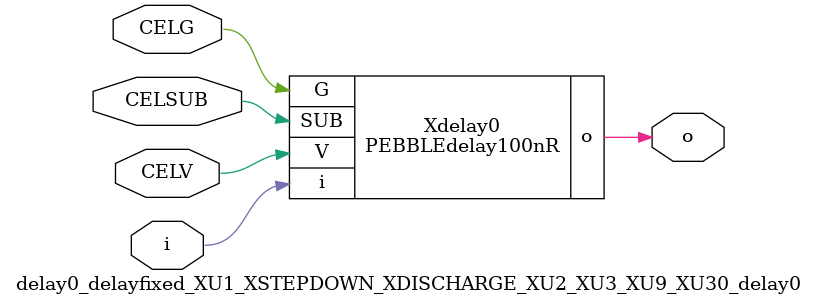
<source format=v>



module PEBBLEdelay100nR ( o, V, G, i, SUB );

  input V;
  input i;
  input G;
  output o;
  input SUB;
endmodule

//Celera Confidential Do Not Copy delay0_delayfixed_XU1_XSTEPDOWN_XDISCHARGE_XU2_XU3_XU9_XU30_delay0
//TYPE: fixed 100ns
module delay0_delayfixed_XU1_XSTEPDOWN_XDISCHARGE_XU2_XU3_XU9_XU30_delay0 (i, CELV, o,
CELG,CELSUB);
input CELV;
input i;
output o;
input CELSUB;
input CELG;

//Celera Confidential Do Not Copy delayfast0
PEBBLEdelay100nR Xdelay0(
.V (CELV),
.i (i),
.o (o),
.G (CELG),
.SUB (CELSUB)
);
//,diesize,PEBBLEdelay100nR

//Celera Confidential Do Not Copy Module End
//Celera Schematic Generator
endmodule

</source>
